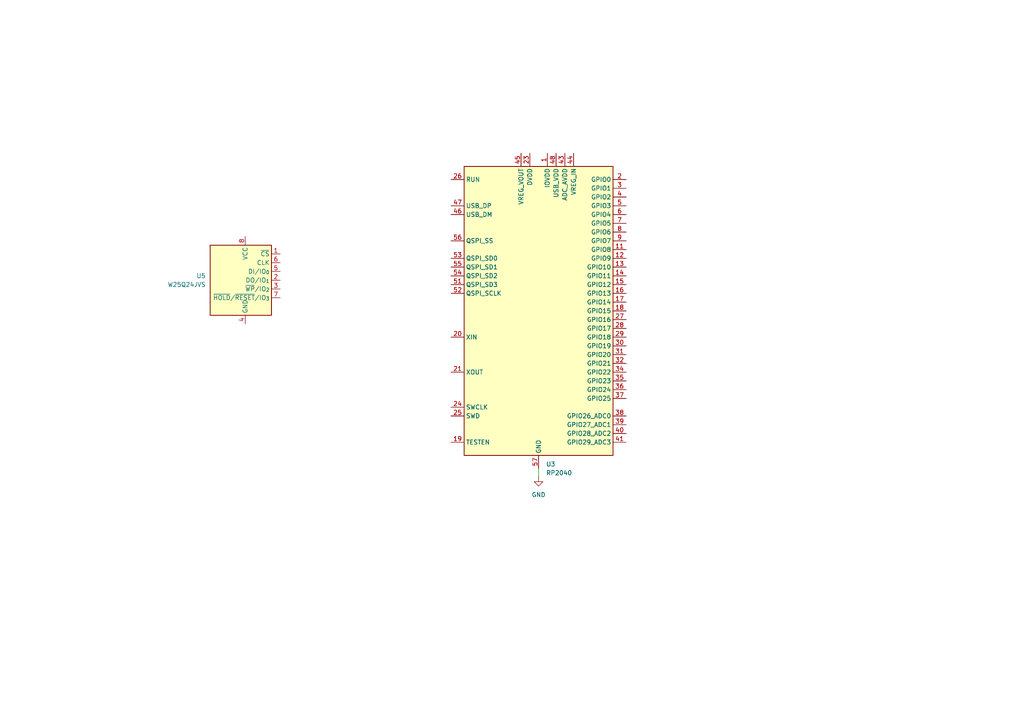
<source format=kicad_sch>
(kicad_sch (version 20250114) (generator "eeschema") (generator_version "9.0")
  (paper "A4")
  (lib_symbols
    (symbol "MCU_RaspberryPi:RP2040"
      (property "Reference" "U" (at 17.78 45.72 0))
      (property "Value" "RP2040" (at 17.78 43.18 0))
      (symbol "RP2040_0_1"
        (rectangle (start -21.59 41.91) (end 21.59 -41.91) (stroke (width 0.254)) (fill (type background)))
      )
      (symbol "RP2040_1_1"
        (pin input line (at -25.4 38.1 0) (length 3.81) (name "RUN") (number "26"))
        (pin bidirectional line (at -25.4 30.48 0) (length 3.81) (name "USB_DP") (number "47"))
        (pin bidirectional line (at -25.4 27.94 0) (length 3.81) (name "USB_DM") (number "46"))
        (pin bidirectional line (at -25.4 20.32 0) (length 3.81) (name "QSPI_SS") (number "56"))
        (pin bidirectional line (at -25.4 15.24 0) (length 3.81) (name "QSPI_SD0") (number "53"))
        (pin bidirectional line (at -25.4 12.7 0) (length 3.81) (name "QSPI_SD1") (number "55"))
        (pin bidirectional line (at -25.4 10.16 0) (length 3.81) (name "QSPI_SD2") (number "54"))
        (pin bidirectional line (at -25.4 7.62 0) (length 3.81) (name "QSPI_SD3") (number "51"))
        (pin output line (at -25.4 5.08 0) (length 3.81) (name "QSPI_SCLK") (number "52"))
        (pin input line (at -25.4 -7.62 0) (length 3.81) (name "XIN") (number "20"))
        (pin passive line (at -25.4 -17.78 0) (length 3.81) (name "XOUT") (number "21"))
        (pin input line (at -25.4 -27.94 0) (length 3.81) (name "SWCLK") (number "24"))
        (pin bidirectional line (at -25.4 -30.48 0) (length 3.81) (name "SWD") (number "25"))
        (pin input line (at -25.4 -38.1 0) (length 3.81) (name "TESTEN") (number "19"))
        (pin power_out line (at -5.08 45.72 270) (length 3.81) (name "VREG_VOUT") (number "45"))
        (pin power_in line (at -2.54 45.72 270) (length 3.81) (name "DVDD") (number "23"))
        (pin passive line (at -2.54 45.72 270) (length 3.81) (hide yes) (name "DVDD") (number "50"))
        (pin power_in line (at 0 -45.72 90) (length 3.81) (name "GND") (number "57"))
        (pin power_in line (at 2.54 45.72 270) (length 3.81) (name "IOVDD") (number "1"))
        (pin passive line (at 2.54 45.72 270) (length 3.81) (hide yes) (name "IOVDD") (number "10"))
        (pin passive line (at 2.54 45.72 270) (length 3.81) (hide yes) (name "IOVDD") (number "22"))
        (pin passive line (at 2.54 45.72 270) (length 3.81) (hide yes) (name "IOVDD") (number "33"))
        (pin passive line (at 2.54 45.72 270) (length 3.81) (hide yes) (name "IOVDD") (number "42"))
        (pin passive line (at 2.54 45.72 270) (length 3.81) (hide yes) (name "IOVDD") (number "49"))
        (pin power_in line (at 5.08 45.72 270) (length 3.81) (name "USB_VDD") (number "48"))
        (pin power_in line (at 7.62 45.72 270) (length 3.81) (name "ADC_AVDD") (number "43"))
        (pin power_in line (at 10.16 45.72 270) (length 3.81) (name "VREG_IN") (number "44"))
        (pin bidirectional line (at 25.4 38.1 180) (length 3.81) (name "GPIO0") (number "2"))
        (pin bidirectional line (at 25.4 35.56 180) (length 3.81) (name "GPIO1") (number "3"))
        (pin bidirectional line (at 25.4 33.02 180) (length 3.81) (name "GPIO2") (number "4"))
        (pin bidirectional line (at 25.4 30.48 180) (length 3.81) (name "GPIO3") (number "5"))
        (pin bidirectional line (at 25.4 27.94 180) (length 3.81) (name "GPIO4") (number "6"))
        (pin bidirectional line (at 25.4 25.4 180) (length 3.81) (name "GPIO5") (number "7"))
        (pin bidirectional line (at 25.4 22.86 180) (length 3.81) (name "GPIO6") (number "8"))
        (pin bidirectional line (at 25.4 20.32 180) (length 3.81) (name "GPIO7") (number "9"))
        (pin bidirectional line (at 25.4 17.78 180) (length 3.81) (name "GPIO8") (number "11"))
        (pin bidirectional line (at 25.4 15.24 180) (length 3.81) (name "GPIO9") (number "12"))
        (pin bidirectional line (at 25.4 12.7 180) (length 3.81) (name "GPIO10") (number "13"))
        (pin bidirectional line (at 25.4 10.16 180) (length 3.81) (name "GPIO11") (number "14"))
        (pin bidirectional line (at 25.4 7.62 180) (length 3.81) (name "GPIO12") (number "15"))
        (pin bidirectional line (at 25.4 5.08 180) (length 3.81) (name "GPIO13") (number "16"))
        (pin bidirectional line (at 25.4 2.54 180) (length 3.81) (name "GPIO14") (number "17"))
        (pin bidirectional line (at 25.4 0 180) (length 3.81) (name "GPIO15") (number "18"))
        (pin bidirectional line (at 25.4 -2.54 180) (length 3.81) (name "GPIO16") (number "27"))
        (pin bidirectional line (at 25.4 -5.08 180) (length 3.81) (name "GPIO17") (number "28"))
        (pin bidirectional line (at 25.4 -7.62 180) (length 3.81) (name "GPIO18") (number "29"))
        (pin bidirectional line (at 25.4 -10.16 180) (length 3.81) (name "GPIO19") (number "30"))
        (pin bidirectional line (at 25.4 -12.7 180) (length 3.81) (name "GPIO20") (number "31"))
        (pin bidirectional line (at 25.4 -15.24 180) (length 3.81) (name "GPIO21") (number "32"))
        (pin bidirectional line (at 25.4 -17.78 180) (length 3.81) (name "GPIO22") (number "34"))
        (pin bidirectional line (at 25.4 -20.32 180) (length 3.81) (name "GPIO23") (number "35"))
        (pin bidirectional line (at 25.4 -22.86 180) (length 3.81) (name "GPIO24") (number "36"))
        (pin bidirectional line (at 25.4 -25.4 180) (length 3.81) (name "GPIO25") (number "37"))
        (pin bidirectional line (at 25.4 -30.48 180) (length 3.81) (name "GPIO26_ADC0") (number "38"))
        (pin bidirectional line (at 25.4 -33.02 180) (length 3.81) (name "GPIO27_ADC1") (number "39"))
        (pin bidirectional line (at 25.4 -35.56 180) (length 3.81) (name "GPIO28_ADC2") (number "40"))
        (pin bidirectional line (at 25.4 -38.1 180) (length 3.81) (name "GPIO29_ADC3") (number "41"))
      )
    )
    (symbol "Memory_Flash:W25Q32JVSS"
      (property "Reference" "U" (at -6.35 11.43 0))
      (property "Value" "W25Q32JVSS" (at 7.62 11.43 0))
      (symbol "W25Q32JVSS_0_1"
        (rectangle (start -7.62 10.16) (end 10.16 -10.16) (stroke (width 0.254)) (fill (type background)))
      )
      (symbol "W25Q32JVSS_1_1"
        (pin input line (at -10.16 7.62 0) (length 2.54) (name "~{CS}") (number "1"))
        (pin input line (at -10.16 5.08 0) (length 2.54) (name "CLK") (number "6"))
        (pin bidirectional line (at -10.16 2.54 0) (length 2.54) (name "DI/IO_{0}") (number "5"))
        (pin bidirectional line (at -10.16 0 0) (length 2.54) (name "DO/IO_{1}") (number "2"))
        (pin bidirectional line (at -10.16 -2.54 0) (length 2.54) (name "~{WP}/IO_{2}") (number "3"))
        (pin bidirectional line (at -10.16 -5.08 0) (length 2.54) (name "~{HOLD}/~{RESET}/IO_{3}") (number "7"))
        (pin power_in line (at 0 12.7 270) (length 2.54) (name "VCC") (number "8"))
        (pin power_in line (at 0 -12.7 90) (length 2.54) (name "GND") (number "4"))
      )
    )
    (symbol "power:GND" (power) (pin_numbers (hide yes)) (pin_names (offset 0) (hide yes))
      (property "Value" "GND" (at 0 -3.81 0))
      (symbol "GND_0_1"
        (polyline (pts (xy 0 0) (xy 0 -1.27) (xy 1.27 -1.27) (xy 0 -2.54) (xy -1.27 -1.27) (xy 0 -1.27)))
      )
      (symbol "GND_1_1"
        (pin power_in line (at 0 0 270) (length 0) (name "~") (number "1"))
      )
    )
  )
  (wire (pts (xy 156.21 135.89) (xy 156.21 138.43)))
  (symbol (lib_id "power:GND") (at 156.21 138.43 0) (unit 1)
    (property "Reference" "#PWR025" (effects (hide yes)))
    (property "Value" "GND" (at 156.21 143.51 0))
    (property "Description" "Power symbol creates a global label with name \"GND\" , ground" (effects (hide yes)))
  )
  (symbol (lib_id "MCU_RaspberryPi:RP2040") (at 156.21 90.17 0) (unit 1)
    (property "Reference" "U3" (at 158.3533 134.62 0) (effects (justify left)))
    (property "Value" "RP2040" (at 158.3533 137.16 0) (effects (justify left)))
    (property "Footprint" "Package_DFN_QFN:QFN-56-1EP_7x7mm_P0.4mm_EP3.2x3.2mm" (effects (hide yes)))
    (property "Datasheet" "https://datasheets.raspberrypi.com/rp2040/rp2040-datasheet.pdf" (effects (hide yes)))
    (property "Description" "A microcontroller by Raspberry Pi" (effects (hide yes)))
  )
  (symbol (lib_id "Memory_Flash:W25Q32JVSS") (at 71.12 81.28 0) (mirror y) (unit 1)
    (property "Reference" "U5" (at 59.69 80.0099 0) (effects (justify left)))
    (property "Value" "W25Q24JVS" (at 59.69 82.5499 0) (effects (justify left)))
    (property "Footprint" "Package_SO:SOIC-8_5.3x5.3mm_P1.27mm" (effects (hide yes)))
    (property "Datasheet" "http://www.winbond.com/resource-files/w25q32jv%20revg%2003272018%20plus.pdf" (effects (hide yes)))
    (property "Description" "32Mbit / 4MiB Serial Flash Memory, Standard/Dual/Quad SPI, 2.7-3.6V, SOIC-8 (208 mil)" (effects (hide yes)))
  )
)
</source>
